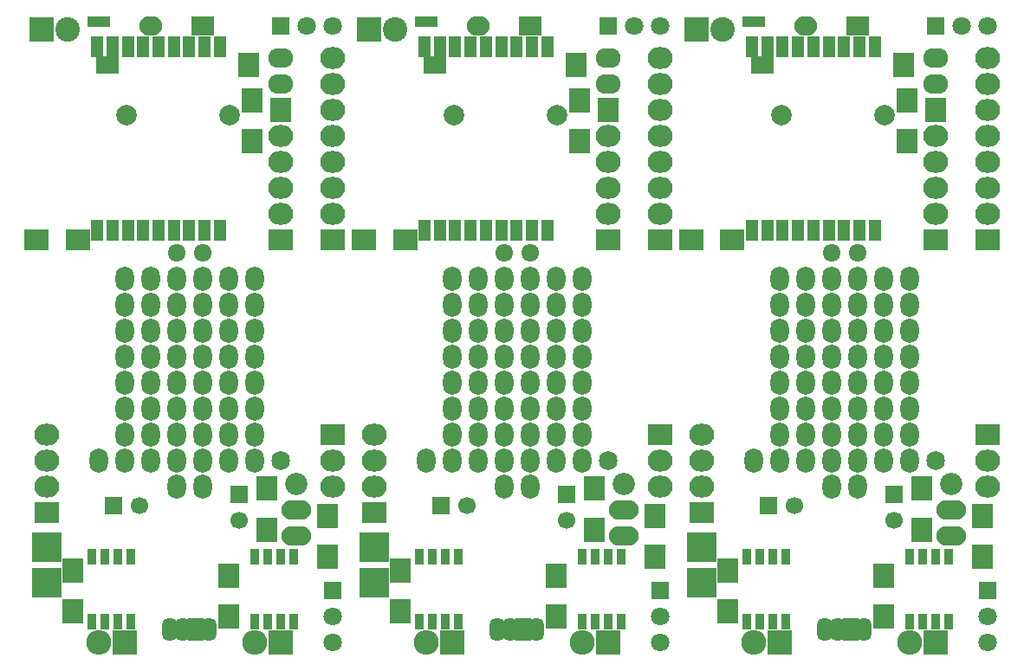
<source format=gbr>
G04 #@! TF.FileFunction,Soldermask,Top*
%FSLAX46Y46*%
G04 Gerber Fmt 4.6, Leading zero omitted, Abs format (unit mm)*
G04 Created by KiCad (PCBNEW 4.0.2-4+6225~38~ubuntu15.04.1-stable) date 2016年04月18日 00時15分29秒*
%MOMM*%
G01*
G04 APERTURE LIST*
%ADD10C,0.100000*%
%ADD11O,1.800000X2.400000*%
%ADD12O,1.800000X1.670000*%
%ADD13R,0.908000X1.543000*%
%ADD14R,2.432000X2.127200*%
%ADD15O,2.432000X2.127200*%
%ADD16O,1.800000X1.924000*%
%ADD17R,2.000200X2.398980*%
%ADD18C,2.000000*%
%ADD19R,2.200000X1.800000*%
%ADD20R,2.000000X2.400000*%
%ADD21C,1.700000*%
%ADD22R,1.700000X1.700000*%
%ADD23R,2.400000X2.400000*%
%ADD24C,2.400000*%
%ADD25O,1.517600X2.305000*%
%ADD26R,1.517600X2.305000*%
%ADD27R,2.127200X2.432000*%
%ADD28O,2.432000X1.924000*%
%ADD29R,1.200000X1.000000*%
%ADD30R,2.900000X2.900000*%
%ADD31R,2.432000X2.432000*%
%ADD32O,2.432000X2.432000*%
%ADD33R,2.400000X2.100000*%
%ADD34R,2.100000X2.400000*%
%ADD35R,2.224000X1.924000*%
%ADD36O,2.224000X1.924000*%
%ADD37R,1.797000X1.797000*%
%ADD38C,1.797000*%
%ADD39R,1.300000X2.100000*%
%ADD40O,2.899360X1.901140*%
%ADD41O,2.178000X2.178000*%
G04 APERTURE END LIST*
D10*
D11*
X104840000Y-103790000D03*
X104840000Y-101250000D03*
X104840000Y-98710000D03*
X104840000Y-96170000D03*
X104840000Y-93630000D03*
X104840000Y-91090000D03*
X104840000Y-88550000D03*
X104840000Y-86010000D03*
X104840000Y-83470000D03*
D12*
X104840000Y-80930000D03*
D13*
X97855000Y-116998000D03*
X96585000Y-116998000D03*
X95315000Y-116998000D03*
X94045000Y-116998000D03*
X94045000Y-110648000D03*
X95315000Y-110648000D03*
X96585000Y-110648000D03*
X97855000Y-110648000D03*
D14*
X89600000Y-106330000D03*
D15*
X89600000Y-103790000D03*
X89600000Y-101250000D03*
X89600000Y-98710000D03*
D11*
X94680000Y-101250000D03*
X97220000Y-101250000D03*
X109920000Y-101250000D03*
D16*
X112460000Y-101250000D03*
D11*
X107380000Y-98710000D03*
X109920000Y-98710000D03*
X107380000Y-101250000D03*
X109920000Y-101250000D03*
X107380000Y-96170000D03*
X109920000Y-96170000D03*
X107380000Y-93630000D03*
X109920000Y-93630000D03*
X107380000Y-83470000D03*
X109920000Y-83470000D03*
X107380000Y-86010000D03*
X109920000Y-86010000D03*
X107380000Y-91090000D03*
X109920000Y-91090000D03*
X107380000Y-88550000D03*
X109920000Y-88550000D03*
X97220000Y-88550000D03*
X99760000Y-88550000D03*
X97220000Y-91090000D03*
X99760000Y-91090000D03*
X97220000Y-86010000D03*
X99760000Y-86010000D03*
X97220000Y-83470000D03*
X99760000Y-83470000D03*
X97220000Y-93630000D03*
X99760000Y-93630000D03*
X97220000Y-96170000D03*
X99760000Y-96170000D03*
X97220000Y-101250000D03*
X99760000Y-101250000D03*
D17*
X109335000Y-62520000D03*
D18*
X97435000Y-67420000D03*
X107435000Y-67420000D03*
D19*
X95535000Y-62520000D03*
D20*
X107380000Y-112458000D03*
X107380000Y-116458000D03*
X92140000Y-111950000D03*
X92140000Y-115950000D03*
X117032000Y-110616000D03*
X117032000Y-106616000D03*
X111088400Y-107974400D03*
X111088400Y-103974400D03*
D21*
X98653200Y-105618800D03*
D22*
X96153200Y-105618800D03*
D23*
X89092000Y-59086000D03*
D24*
X91632000Y-59086000D03*
D25*
X105475000Y-117760000D03*
D26*
X104205000Y-117760000D03*
D25*
X102935000Y-117760000D03*
X101665000Y-117760000D03*
D27*
X112460000Y-66960000D03*
D28*
X112460000Y-64420000D03*
X112460000Y-61880000D03*
D29*
X94180000Y-58324000D03*
X95180000Y-58324000D03*
D30*
X89600000Y-109660000D03*
X89600000Y-113160000D03*
D14*
X117540000Y-79660000D03*
D15*
X117540000Y-77120000D03*
X117540000Y-74580000D03*
X117540000Y-72040000D03*
X117540000Y-69500000D03*
X117540000Y-66960000D03*
X117540000Y-64420000D03*
X117540000Y-61880000D03*
D14*
X112460000Y-79660000D03*
D15*
X112460000Y-77120000D03*
X112460000Y-74580000D03*
X112460000Y-72040000D03*
X112460000Y-69500000D03*
D31*
X112460000Y-119030000D03*
D32*
X109920000Y-119030000D03*
D31*
X97220000Y-119030000D03*
D32*
X94680000Y-119030000D03*
D14*
X117540000Y-98710000D03*
D15*
X117540000Y-101250000D03*
X117540000Y-103790000D03*
D33*
X88616000Y-79660000D03*
X92616000Y-79660000D03*
D34*
X109666000Y-69976000D03*
X109666000Y-65976000D03*
D35*
X104840000Y-58705000D03*
D36*
X99760000Y-58705000D03*
D37*
X112460000Y-58705000D03*
D38*
X115000000Y-58705000D03*
X117540000Y-58705000D03*
D37*
X117540000Y-113950000D03*
D38*
X117540000Y-116490000D03*
X117540000Y-119030000D03*
D39*
X94522000Y-60754000D03*
X94522000Y-78754000D03*
X96022000Y-60754000D03*
X96022000Y-78754000D03*
X97522000Y-60754000D03*
X97522000Y-78754000D03*
X99022000Y-60754000D03*
X99022000Y-78754000D03*
X100522000Y-60754000D03*
X100522000Y-78754000D03*
X102022000Y-60754000D03*
X102022000Y-78754000D03*
X103522000Y-60754000D03*
X103522000Y-78754000D03*
X105022000Y-60754000D03*
X105022000Y-78754000D03*
X106522000Y-60754000D03*
X106522000Y-78754000D03*
D13*
X113730000Y-116998000D03*
X112460000Y-116998000D03*
X111190000Y-116998000D03*
X109920000Y-116998000D03*
X109920000Y-110648000D03*
X111190000Y-110648000D03*
X112460000Y-110648000D03*
X113730000Y-110648000D03*
D40*
X113984000Y-106076000D03*
D41*
X113984000Y-103536000D03*
D40*
X113984000Y-108616000D03*
D11*
X97220000Y-98710000D03*
X99760000Y-98710000D03*
X102300000Y-103790000D03*
X102300000Y-101250000D03*
X102300000Y-98710000D03*
X102300000Y-96170000D03*
X102300000Y-93630000D03*
X102300000Y-91090000D03*
X102300000Y-88550000D03*
X102300000Y-86010000D03*
X102300000Y-83470000D03*
D12*
X102300000Y-80930000D03*
D21*
X108396000Y-107052000D03*
D22*
X108396000Y-104552000D03*
D11*
X136840000Y-103790000D03*
X136840000Y-101250000D03*
X136840000Y-98710000D03*
X136840000Y-96170000D03*
X136840000Y-93630000D03*
X136840000Y-91090000D03*
X136840000Y-88550000D03*
X136840000Y-86010000D03*
X136840000Y-83470000D03*
D12*
X136840000Y-80930000D03*
D13*
X129855000Y-116998000D03*
X128585000Y-116998000D03*
X127315000Y-116998000D03*
X126045000Y-116998000D03*
X126045000Y-110648000D03*
X127315000Y-110648000D03*
X128585000Y-110648000D03*
X129855000Y-110648000D03*
D14*
X121600000Y-106330000D03*
D15*
X121600000Y-103790000D03*
X121600000Y-101250000D03*
X121600000Y-98710000D03*
D11*
X126680000Y-101250000D03*
X129220000Y-101250000D03*
X141920000Y-101250000D03*
D16*
X144460000Y-101250000D03*
D11*
X139380000Y-98710000D03*
X141920000Y-98710000D03*
X139380000Y-101250000D03*
X141920000Y-101250000D03*
X139380000Y-96170000D03*
X141920000Y-96170000D03*
X139380000Y-93630000D03*
X141920000Y-93630000D03*
X139380000Y-83470000D03*
X141920000Y-83470000D03*
X139380000Y-86010000D03*
X141920000Y-86010000D03*
X139380000Y-91090000D03*
X141920000Y-91090000D03*
X139380000Y-88550000D03*
X141920000Y-88550000D03*
X129220000Y-88550000D03*
X131760000Y-88550000D03*
X129220000Y-91090000D03*
X131760000Y-91090000D03*
X129220000Y-86010000D03*
X131760000Y-86010000D03*
X129220000Y-83470000D03*
X131760000Y-83470000D03*
X129220000Y-93630000D03*
X131760000Y-93630000D03*
X129220000Y-96170000D03*
X131760000Y-96170000D03*
X129220000Y-101250000D03*
X131760000Y-101250000D03*
D17*
X141335000Y-62520000D03*
D18*
X129435000Y-67420000D03*
X139435000Y-67420000D03*
D19*
X127535000Y-62520000D03*
D20*
X139380000Y-112458000D03*
X139380000Y-116458000D03*
X124140000Y-111950000D03*
X124140000Y-115950000D03*
X149032000Y-110616000D03*
X149032000Y-106616000D03*
X143088400Y-107974400D03*
X143088400Y-103974400D03*
D21*
X130653200Y-105618800D03*
D22*
X128153200Y-105618800D03*
D23*
X121092000Y-59086000D03*
D24*
X123632000Y-59086000D03*
D25*
X137475000Y-117760000D03*
D26*
X136205000Y-117760000D03*
D25*
X134935000Y-117760000D03*
X133665000Y-117760000D03*
D27*
X144460000Y-66960000D03*
D28*
X144460000Y-64420000D03*
X144460000Y-61880000D03*
D29*
X126180000Y-58324000D03*
X127180000Y-58324000D03*
D30*
X121600000Y-109660000D03*
X121600000Y-113160000D03*
D14*
X149540000Y-79660000D03*
D15*
X149540000Y-77120000D03*
X149540000Y-74580000D03*
X149540000Y-72040000D03*
X149540000Y-69500000D03*
X149540000Y-66960000D03*
X149540000Y-64420000D03*
X149540000Y-61880000D03*
D14*
X144460000Y-79660000D03*
D15*
X144460000Y-77120000D03*
X144460000Y-74580000D03*
X144460000Y-72040000D03*
X144460000Y-69500000D03*
D31*
X144460000Y-119030000D03*
D32*
X141920000Y-119030000D03*
D31*
X129220000Y-119030000D03*
D32*
X126680000Y-119030000D03*
D14*
X149540000Y-98710000D03*
D15*
X149540000Y-101250000D03*
X149540000Y-103790000D03*
D33*
X120616000Y-79660000D03*
X124616000Y-79660000D03*
D34*
X141666000Y-69976000D03*
X141666000Y-65976000D03*
D35*
X136840000Y-58705000D03*
D36*
X131760000Y-58705000D03*
D37*
X144460000Y-58705000D03*
D38*
X147000000Y-58705000D03*
X149540000Y-58705000D03*
D37*
X149540000Y-113950000D03*
D38*
X149540000Y-116490000D03*
X149540000Y-119030000D03*
D39*
X126522000Y-60754000D03*
X126522000Y-78754000D03*
X128022000Y-60754000D03*
X128022000Y-78754000D03*
X129522000Y-60754000D03*
X129522000Y-78754000D03*
X131022000Y-60754000D03*
X131022000Y-78754000D03*
X132522000Y-60754000D03*
X132522000Y-78754000D03*
X134022000Y-60754000D03*
X134022000Y-78754000D03*
X135522000Y-60754000D03*
X135522000Y-78754000D03*
X137022000Y-60754000D03*
X137022000Y-78754000D03*
X138522000Y-60754000D03*
X138522000Y-78754000D03*
D13*
X145730000Y-116998000D03*
X144460000Y-116998000D03*
X143190000Y-116998000D03*
X141920000Y-116998000D03*
X141920000Y-110648000D03*
X143190000Y-110648000D03*
X144460000Y-110648000D03*
X145730000Y-110648000D03*
D40*
X145984000Y-106076000D03*
D41*
X145984000Y-103536000D03*
D40*
X145984000Y-108616000D03*
D11*
X129220000Y-98710000D03*
X131760000Y-98710000D03*
X134300000Y-103790000D03*
X134300000Y-101250000D03*
X134300000Y-98710000D03*
X134300000Y-96170000D03*
X134300000Y-93630000D03*
X134300000Y-91090000D03*
X134300000Y-88550000D03*
X134300000Y-86010000D03*
X134300000Y-83470000D03*
D12*
X134300000Y-80930000D03*
D21*
X140396000Y-107052000D03*
D22*
X140396000Y-104552000D03*
D11*
X168840000Y-103790000D03*
X168840000Y-101250000D03*
X168840000Y-98710000D03*
X168840000Y-96170000D03*
X168840000Y-93630000D03*
X168840000Y-91090000D03*
X168840000Y-88550000D03*
X168840000Y-86010000D03*
X168840000Y-83470000D03*
D12*
X168840000Y-80930000D03*
D13*
X161855000Y-116998000D03*
X160585000Y-116998000D03*
X159315000Y-116998000D03*
X158045000Y-116998000D03*
X158045000Y-110648000D03*
X159315000Y-110648000D03*
X160585000Y-110648000D03*
X161855000Y-110648000D03*
D14*
X153600000Y-106330000D03*
D15*
X153600000Y-103790000D03*
X153600000Y-101250000D03*
X153600000Y-98710000D03*
D11*
X158680000Y-101250000D03*
X161220000Y-101250000D03*
X173920000Y-101250000D03*
D16*
X176460000Y-101250000D03*
D11*
X171380000Y-98710000D03*
X173920000Y-98710000D03*
X171380000Y-101250000D03*
X173920000Y-101250000D03*
X171380000Y-96170000D03*
X173920000Y-96170000D03*
X171380000Y-93630000D03*
X173920000Y-93630000D03*
X171380000Y-83470000D03*
X173920000Y-83470000D03*
X171380000Y-86010000D03*
X173920000Y-86010000D03*
X171380000Y-91090000D03*
X173920000Y-91090000D03*
X171380000Y-88550000D03*
X173920000Y-88550000D03*
X161220000Y-88550000D03*
X163760000Y-88550000D03*
X161220000Y-91090000D03*
X163760000Y-91090000D03*
X161220000Y-86010000D03*
X163760000Y-86010000D03*
X161220000Y-83470000D03*
X163760000Y-83470000D03*
X161220000Y-93630000D03*
X163760000Y-93630000D03*
X161220000Y-96170000D03*
X163760000Y-96170000D03*
X161220000Y-101250000D03*
X163760000Y-101250000D03*
D17*
X173335000Y-62520000D03*
D18*
X161435000Y-67420000D03*
X171435000Y-67420000D03*
D19*
X159535000Y-62520000D03*
D20*
X171380000Y-112458000D03*
X171380000Y-116458000D03*
X156140000Y-111950000D03*
X156140000Y-115950000D03*
X181032000Y-110616000D03*
X181032000Y-106616000D03*
X175088400Y-107974400D03*
X175088400Y-103974400D03*
D21*
X162653200Y-105618800D03*
D22*
X160153200Y-105618800D03*
D23*
X153092000Y-59086000D03*
D24*
X155632000Y-59086000D03*
D25*
X169475000Y-117760000D03*
D26*
X168205000Y-117760000D03*
D25*
X166935000Y-117760000D03*
X165665000Y-117760000D03*
D27*
X176460000Y-66960000D03*
D28*
X176460000Y-64420000D03*
X176460000Y-61880000D03*
D29*
X158180000Y-58324000D03*
X159180000Y-58324000D03*
D30*
X153600000Y-109660000D03*
X153600000Y-113160000D03*
D14*
X181540000Y-79660000D03*
D15*
X181540000Y-77120000D03*
X181540000Y-74580000D03*
X181540000Y-72040000D03*
X181540000Y-69500000D03*
X181540000Y-66960000D03*
X181540000Y-64420000D03*
X181540000Y-61880000D03*
D14*
X176460000Y-79660000D03*
D15*
X176460000Y-77120000D03*
X176460000Y-74580000D03*
X176460000Y-72040000D03*
X176460000Y-69500000D03*
D31*
X176460000Y-119030000D03*
D32*
X173920000Y-119030000D03*
D31*
X161220000Y-119030000D03*
D32*
X158680000Y-119030000D03*
D14*
X181540000Y-98710000D03*
D15*
X181540000Y-101250000D03*
X181540000Y-103790000D03*
D33*
X152616000Y-79660000D03*
X156616000Y-79660000D03*
D34*
X173666000Y-69976000D03*
X173666000Y-65976000D03*
D35*
X168840000Y-58705000D03*
D36*
X163760000Y-58705000D03*
D37*
X176460000Y-58705000D03*
D38*
X179000000Y-58705000D03*
X181540000Y-58705000D03*
D37*
X181540000Y-113950000D03*
D38*
X181540000Y-116490000D03*
X181540000Y-119030000D03*
D39*
X158522000Y-60754000D03*
X158522000Y-78754000D03*
X160022000Y-60754000D03*
X160022000Y-78754000D03*
X161522000Y-60754000D03*
X161522000Y-78754000D03*
X163022000Y-60754000D03*
X163022000Y-78754000D03*
X164522000Y-60754000D03*
X164522000Y-78754000D03*
X166022000Y-60754000D03*
X166022000Y-78754000D03*
X167522000Y-60754000D03*
X167522000Y-78754000D03*
X169022000Y-60754000D03*
X169022000Y-78754000D03*
X170522000Y-60754000D03*
X170522000Y-78754000D03*
D13*
X177730000Y-116998000D03*
X176460000Y-116998000D03*
X175190000Y-116998000D03*
X173920000Y-116998000D03*
X173920000Y-110648000D03*
X175190000Y-110648000D03*
X176460000Y-110648000D03*
X177730000Y-110648000D03*
D40*
X177984000Y-106076000D03*
D41*
X177984000Y-103536000D03*
D40*
X177984000Y-108616000D03*
D11*
X161220000Y-98710000D03*
X163760000Y-98710000D03*
X166300000Y-103790000D03*
X166300000Y-101250000D03*
X166300000Y-98710000D03*
X166300000Y-96170000D03*
X166300000Y-93630000D03*
X166300000Y-91090000D03*
X166300000Y-88550000D03*
X166300000Y-86010000D03*
X166300000Y-83470000D03*
D12*
X166300000Y-80930000D03*
D21*
X172396000Y-107052000D03*
D22*
X172396000Y-104552000D03*
M02*

</source>
